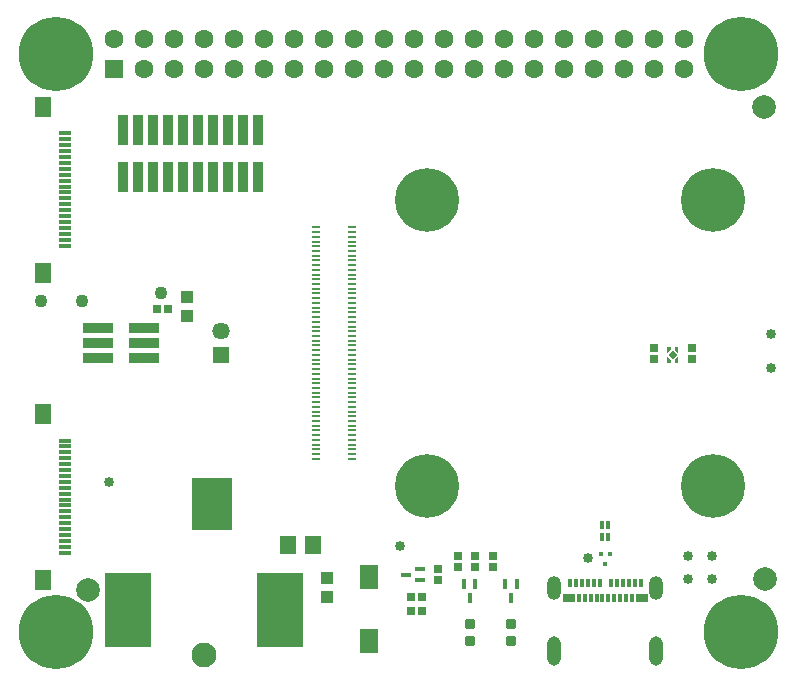
<source format=gts>
G04*
G04 #@! TF.GenerationSoftware,Altium Limited,Altium Designer,19.1.8 (144)*
G04*
G04 Layer_Color=8388736*
%FSLAX44Y44*%
%MOMM*%
G71*
G01*
G75*
%ADD28R,0.1500X0.1500*%
%ADD30R,0.1500X0.1500*%
%ADD43C,1.1016*%
%ADD44R,0.8016X0.2816*%
%ADD45C,0.8516*%
%ADD46R,0.4016X0.8116*%
%ADD47R,0.4000X0.4000*%
%ADD48R,1.3516X1.6016*%
%ADD49R,0.7516X0.6516*%
%ADD50R,1.1000X0.8000*%
%ADD51R,0.4000X0.8000*%
G04:AMPARAMS|DCode=52|XSize=0.9mm|YSize=0.9mm|CornerRadius=0.25mm|HoleSize=0mm|Usage=FLASHONLY|Rotation=90.000|XOffset=0mm|YOffset=0mm|HoleType=Round|Shape=RoundedRectangle|*
%AMROUNDEDRECTD52*
21,1,0.9000,0.4000,0,0,90.0*
21,1,0.4000,0.9000,0,0,90.0*
1,1,0.5000,0.2000,0.2000*
1,1,0.5000,0.2000,-0.2000*
1,1,0.5000,-0.2000,-0.2000*
1,1,0.5000,-0.2000,0.2000*
%
%ADD52ROUNDEDRECTD52*%
%ADD53C,2.0000*%
%ADD54R,1.6016X2.1016*%
%ADD55P,0.8202X4X180.0*%
%ADD56R,4.0016X6.3016*%
%ADD57R,3.4016X4.5016*%
%ADD58R,2.5016X0.8616*%
%ADD59R,1.1016X1.0016*%
%ADD60R,0.7216X0.7216*%
%ADD61R,1.1016X0.4016*%
%ADD62R,1.4016X1.7516*%
%ADD63R,0.8616X2.5016*%
%ADD64R,0.6516X0.7516*%
%ADD65R,0.8116X0.4016*%
%ADD66R,0.4016X0.7016*%
%ADD67C,5.4000*%
%ADD68R,1.6016X1.6016*%
%ADD69C,1.6016*%
%ADD70O,1.2000X2.0000*%
%ADD71O,1.2000X2.5000*%
%ADD72C,2.1016*%
%ADD73C,1.4696*%
%ADD74R,1.4696X1.4696*%
%ADD75C,6.3016*%
G36*
X553089Y267994D02*
X553098Y267993D01*
X553192Y267964D01*
X553279Y267918D01*
X553321Y267883D01*
X553355Y267855D01*
X553355Y267855D01*
X555155Y266055D01*
X555218Y265979D01*
X555264Y265892D01*
X555271Y265870D01*
X555293Y265798D01*
X555298Y265749D01*
X555302Y265700D01*
X555302Y265700D01*
Y263900D01*
X555293Y263802D01*
X555264Y263708D01*
X555218Y263621D01*
X555155Y263545D01*
X555079Y263482D01*
X554992Y263436D01*
X554898Y263407D01*
X554800Y263398D01*
X552700D01*
X552602Y263407D01*
X552508Y263436D01*
X552421Y263482D01*
X552345Y263545D01*
X552282Y263621D01*
X552236Y263708D01*
X552207Y263802D01*
X552197Y263900D01*
Y267500D01*
X552207Y267598D01*
X552236Y267692D01*
X552282Y267779D01*
X552345Y267855D01*
X552421Y267918D01*
X552508Y267964D01*
X552602Y267993D01*
X552700Y268002D01*
X553000D01*
X553000Y268002D01*
X553089Y267994D01*
D02*
G37*
G36*
X561000Y268002D02*
X561300D01*
X561398Y267993D01*
X561492Y267964D01*
X561579Y267918D01*
X561655Y267855D01*
X561718Y267779D01*
X561764Y267692D01*
X561793Y267598D01*
X561802Y267500D01*
Y263900D01*
X561793Y263802D01*
X561764Y263708D01*
X561718Y263621D01*
X561655Y263545D01*
X561579Y263482D01*
X561492Y263436D01*
X561398Y263407D01*
X561300Y263398D01*
X559200D01*
X559102Y263407D01*
X559008Y263436D01*
X558921Y263482D01*
X558845Y263545D01*
X558782Y263621D01*
X558736Y263708D01*
X558707Y263802D01*
X558698Y263900D01*
Y265700D01*
X558698Y265700D01*
X558702Y265749D01*
X558707Y265798D01*
X558729Y265870D01*
X558736Y265892D01*
X558782Y265979D01*
X558845Y266055D01*
X560645Y267855D01*
X560645Y267855D01*
X560679Y267883D01*
X560721Y267918D01*
X560808Y267964D01*
X560902Y267993D01*
X560911Y267994D01*
X561000Y268002D01*
X561000Y268002D01*
D02*
G37*
G36*
X554898Y276593D02*
X554992Y276564D01*
X555079Y276518D01*
X555155Y276455D01*
X555218Y276379D01*
X555264Y276292D01*
X555293Y276198D01*
X555302Y276100D01*
Y274300D01*
X555302Y274300D01*
X555298Y274251D01*
X555293Y274202D01*
X555271Y274130D01*
X555264Y274108D01*
X555218Y274021D01*
X555187Y273983D01*
X555155Y273945D01*
X555155Y273945D01*
X553355Y272145D01*
X553355Y272145D01*
X553279Y272082D01*
X553192Y272036D01*
X553170Y272029D01*
X553098Y272007D01*
X553000Y271998D01*
X552700D01*
X552602Y272007D01*
X552508Y272036D01*
X552421Y272082D01*
X552345Y272145D01*
X552282Y272221D01*
X552236Y272308D01*
X552207Y272402D01*
X552197Y272500D01*
Y276100D01*
X552207Y276198D01*
X552236Y276292D01*
X552282Y276379D01*
X552345Y276455D01*
X552421Y276518D01*
X552508Y276564D01*
X552602Y276593D01*
X552700Y276602D01*
X554800D01*
X554898Y276593D01*
D02*
G37*
G36*
X561398D02*
X561492Y276564D01*
X561579Y276518D01*
X561655Y276455D01*
X561718Y276379D01*
X561764Y276292D01*
X561793Y276198D01*
X561802Y276100D01*
Y272500D01*
X561793Y272402D01*
X561764Y272308D01*
X561718Y272221D01*
X561655Y272145D01*
X561579Y272082D01*
X561492Y272036D01*
X561398Y272007D01*
X561300Y271998D01*
X561000D01*
X560902Y272007D01*
X560830Y272029D01*
X560808Y272036D01*
X560721Y272082D01*
X560645Y272145D01*
X560645Y272145D01*
X558845Y273945D01*
X558845Y273945D01*
X558814Y273983D01*
X558782Y274021D01*
X558736Y274108D01*
X558729Y274130D01*
X558707Y274202D01*
X558702Y274251D01*
X558698Y274300D01*
X558698Y274300D01*
Y276100D01*
X558707Y276198D01*
X558736Y276292D01*
X558782Y276379D01*
X558845Y276455D01*
X558921Y276518D01*
X559008Y276564D01*
X559102Y276593D01*
X559200Y276602D01*
X561300D01*
X561398Y276593D01*
D02*
G37*
D28*
X560300Y264900D02*
D03*
X553700D02*
D03*
X560300Y275100D02*
D03*
D30*
X553700D02*
D03*
D43*
X22000Y316000D02*
D03*
X57000D02*
D03*
X124000Y322000D02*
D03*
D44*
X285400Y378000D02*
D03*
Y374000D02*
D03*
Y370000D02*
D03*
Y366000D02*
D03*
Y362000D02*
D03*
Y358000D02*
D03*
Y354000D02*
D03*
Y350000D02*
D03*
Y346000D02*
D03*
Y342000D02*
D03*
Y338000D02*
D03*
Y334000D02*
D03*
Y330000D02*
D03*
Y326000D02*
D03*
Y322000D02*
D03*
Y318000D02*
D03*
Y314000D02*
D03*
Y310000D02*
D03*
Y306000D02*
D03*
Y302000D02*
D03*
Y298000D02*
D03*
Y294000D02*
D03*
Y290000D02*
D03*
Y286000D02*
D03*
Y282000D02*
D03*
Y278000D02*
D03*
Y274000D02*
D03*
Y270000D02*
D03*
Y266000D02*
D03*
Y262000D02*
D03*
Y258000D02*
D03*
Y254000D02*
D03*
Y250000D02*
D03*
Y246000D02*
D03*
Y242000D02*
D03*
Y238000D02*
D03*
Y234000D02*
D03*
Y230000D02*
D03*
Y226000D02*
D03*
Y222000D02*
D03*
Y218000D02*
D03*
Y214000D02*
D03*
Y210000D02*
D03*
Y206000D02*
D03*
Y202000D02*
D03*
Y198000D02*
D03*
Y194000D02*
D03*
Y190000D02*
D03*
Y186000D02*
D03*
Y182000D02*
D03*
X254600Y378000D02*
D03*
Y374000D02*
D03*
Y370000D02*
D03*
Y366000D02*
D03*
Y362000D02*
D03*
Y358000D02*
D03*
Y354000D02*
D03*
Y350000D02*
D03*
Y346000D02*
D03*
Y342000D02*
D03*
Y338000D02*
D03*
Y334000D02*
D03*
Y330000D02*
D03*
Y326000D02*
D03*
Y322000D02*
D03*
Y318000D02*
D03*
Y314000D02*
D03*
Y310000D02*
D03*
Y306000D02*
D03*
Y302000D02*
D03*
Y298000D02*
D03*
Y294000D02*
D03*
Y290000D02*
D03*
Y286000D02*
D03*
Y282000D02*
D03*
Y278000D02*
D03*
Y274000D02*
D03*
Y270000D02*
D03*
Y266000D02*
D03*
Y262000D02*
D03*
Y258000D02*
D03*
Y254000D02*
D03*
Y250000D02*
D03*
Y246000D02*
D03*
Y242000D02*
D03*
Y238000D02*
D03*
Y234000D02*
D03*
Y230000D02*
D03*
Y226000D02*
D03*
Y222000D02*
D03*
Y218000D02*
D03*
Y214000D02*
D03*
Y210000D02*
D03*
Y206000D02*
D03*
Y202000D02*
D03*
Y198000D02*
D03*
Y194000D02*
D03*
Y190000D02*
D03*
Y186000D02*
D03*
Y182000D02*
D03*
D45*
X79500Y162500D02*
D03*
X326000Y108000D02*
D03*
X640000Y288000D02*
D03*
Y259000D02*
D03*
X485000Y97909D02*
D03*
X590000Y100000D02*
D03*
Y80000D02*
D03*
X570000D02*
D03*
Y100000D02*
D03*
D46*
X425000Y76100D02*
D03*
X415000D02*
D03*
X420000Y63900D02*
D03*
X390000Y76100D02*
D03*
X380000D02*
D03*
X385000Y63900D02*
D03*
D47*
X503499Y101499D02*
D03*
X499999Y92999D02*
D03*
X496499Y101499D02*
D03*
D48*
X252500Y109000D02*
D03*
X231500D02*
D03*
D49*
X375000Y90000D02*
D03*
Y100000D02*
D03*
X390000Y90000D02*
D03*
Y100000D02*
D03*
X405000Y90000D02*
D03*
Y100000D02*
D03*
D50*
X469000Y64000D02*
D03*
X531000D02*
D03*
D51*
X477500D02*
D03*
X482500D02*
D03*
X487500D02*
D03*
X492500D02*
D03*
X497500D02*
D03*
X502500D02*
D03*
X507500D02*
D03*
X512500D02*
D03*
X530000Y77000D02*
D03*
X525000D02*
D03*
X520000D02*
D03*
X515000D02*
D03*
X510000D02*
D03*
X505000D02*
D03*
X495000D02*
D03*
X490000D02*
D03*
X485000D02*
D03*
X480000D02*
D03*
X475000D02*
D03*
X470000D02*
D03*
X517500Y64000D02*
D03*
X522500D02*
D03*
D52*
X420000Y27500D02*
D03*
Y42500D02*
D03*
X385000Y27500D02*
D03*
Y42500D02*
D03*
D53*
X634000Y480000D02*
D03*
X62000Y71000D02*
D03*
X635000Y80000D02*
D03*
D54*
X300000Y28000D02*
D03*
Y82000D02*
D03*
D55*
X557000Y270000D02*
D03*
D56*
X95500Y54250D02*
D03*
X224500D02*
D03*
D57*
X166500Y143750D02*
D03*
D58*
X109500Y267300D02*
D03*
X70500D02*
D03*
X109500Y280000D02*
D03*
Y292700D02*
D03*
X70500Y280000D02*
D03*
Y292700D02*
D03*
D59*
X264000Y81000D02*
D03*
Y65000D02*
D03*
X146000Y319000D02*
D03*
Y303000D02*
D03*
D60*
X358000Y88500D02*
D03*
Y79500D02*
D03*
X541000Y275500D02*
D03*
Y266500D02*
D03*
X573000Y275500D02*
D03*
Y266500D02*
D03*
D61*
X42500Y457500D02*
D03*
Y452500D02*
D03*
Y447500D02*
D03*
Y442500D02*
D03*
Y427500D02*
D03*
Y422500D02*
D03*
Y417500D02*
D03*
Y412500D02*
D03*
Y407500D02*
D03*
Y402500D02*
D03*
Y397500D02*
D03*
Y392500D02*
D03*
Y387500D02*
D03*
Y382500D02*
D03*
Y377500D02*
D03*
Y372500D02*
D03*
Y367500D02*
D03*
Y362500D02*
D03*
Y437500D02*
D03*
Y432500D02*
D03*
Y182500D02*
D03*
Y107500D02*
D03*
Y112500D02*
D03*
Y122500D02*
D03*
Y127500D02*
D03*
Y102500D02*
D03*
Y117500D02*
D03*
Y132500D02*
D03*
Y137500D02*
D03*
Y142500D02*
D03*
Y147500D02*
D03*
Y152500D02*
D03*
Y157500D02*
D03*
Y162500D02*
D03*
Y167500D02*
D03*
Y187500D02*
D03*
Y192500D02*
D03*
Y197500D02*
D03*
Y177500D02*
D03*
Y172500D02*
D03*
D62*
X23500Y339750D02*
D03*
Y480250D02*
D03*
Y220250D02*
D03*
Y79750D02*
D03*
D63*
X206200Y460000D02*
D03*
Y421000D02*
D03*
Y460000D02*
D03*
X193500D02*
D03*
X180800D02*
D03*
X168100D02*
D03*
X155400D02*
D03*
X142700D02*
D03*
X130000D02*
D03*
X117300D02*
D03*
X104600D02*
D03*
X91900D02*
D03*
X206200Y421000D02*
D03*
X193500D02*
D03*
X180800D02*
D03*
X168100D02*
D03*
X155400D02*
D03*
X142700D02*
D03*
X130000D02*
D03*
X117300D02*
D03*
X104600D02*
D03*
X91900D02*
D03*
D64*
X335000Y53000D02*
D03*
X345000D02*
D03*
X130000Y309000D02*
D03*
X120000D02*
D03*
X345000Y65000D02*
D03*
X335000D02*
D03*
D65*
X330900Y84000D02*
D03*
X343100Y89000D02*
D03*
Y79000D02*
D03*
D66*
X496749Y115749D02*
D03*
X502249D02*
D03*
Y126249D02*
D03*
X496749D02*
D03*
D67*
X591000Y159000D02*
D03*
X349000Y401000D02*
D03*
X591000D02*
D03*
X349000Y159000D02*
D03*
D68*
X83700Y512300D02*
D03*
D69*
Y537700D02*
D03*
X109100Y512300D02*
D03*
Y537700D02*
D03*
X134500Y512300D02*
D03*
Y537700D02*
D03*
X159900Y512300D02*
D03*
Y537700D02*
D03*
X185300Y512300D02*
D03*
Y537700D02*
D03*
X210700Y512300D02*
D03*
Y537700D02*
D03*
X236100Y512300D02*
D03*
Y537700D02*
D03*
X261500Y512300D02*
D03*
Y537700D02*
D03*
X286900Y512300D02*
D03*
Y537700D02*
D03*
X312300Y512300D02*
D03*
Y537700D02*
D03*
X337700Y512300D02*
D03*
Y537700D02*
D03*
X363100Y512300D02*
D03*
Y537700D02*
D03*
X388500Y512300D02*
D03*
Y537700D02*
D03*
X413900Y512300D02*
D03*
Y537700D02*
D03*
X439300Y512300D02*
D03*
Y537700D02*
D03*
X464700Y512300D02*
D03*
Y537700D02*
D03*
X566300D02*
D03*
Y512300D02*
D03*
X540900Y537700D02*
D03*
Y512300D02*
D03*
X515500Y537700D02*
D03*
Y512300D02*
D03*
X490100Y537700D02*
D03*
Y512300D02*
D03*
D70*
X543200Y72900D02*
D03*
X456800D02*
D03*
D71*
X543200Y19300D02*
D03*
X456800D02*
D03*
D72*
X160000Y16250D02*
D03*
D73*
X174500Y290000D02*
D03*
D74*
Y270000D02*
D03*
D75*
X615000Y35000D02*
D03*
Y524750D02*
D03*
X35000Y35000D02*
D03*
Y525000D02*
D03*
M02*

</source>
